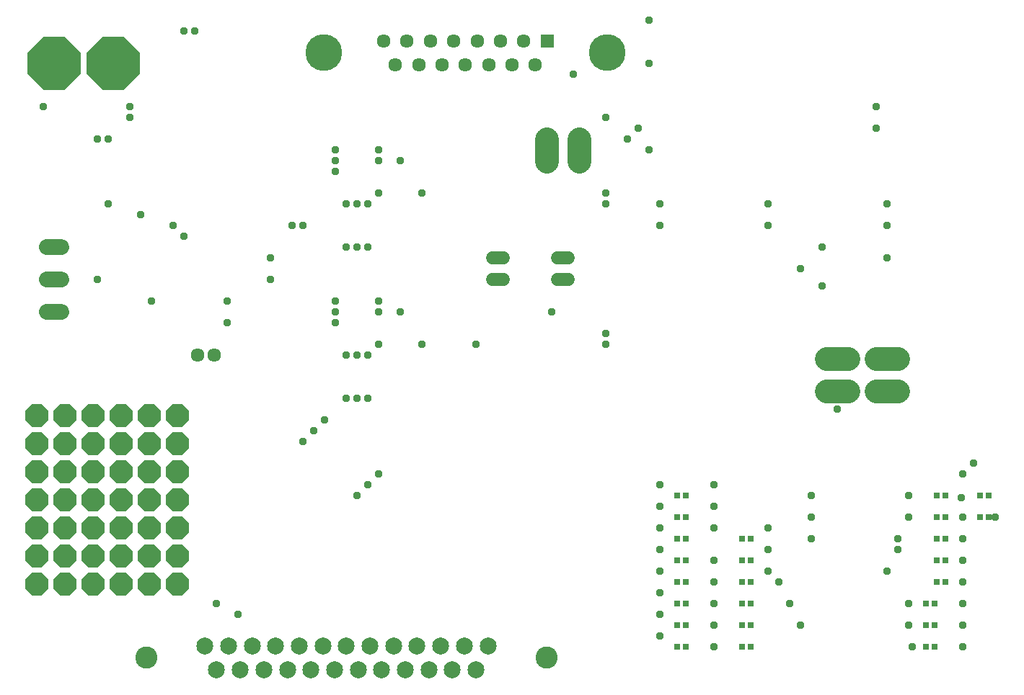
<source format=gbr>
G04 EAGLE Gerber RS-274X export*
G75*
%MOMM*%
%FSLAX34Y34*%
%LPD*%
%INSoldermask Bottom*%
%IPPOS*%
%AMOC8*
5,1,8,0,0,1.08239X$1,22.5*%
G01*
%ADD10C,1.879600*%
%ADD11P,6.731600X8X202.500000*%
%ADD12C,1.611200*%
%ADD13C,1.524000*%
%ADD14R,1.611200X1.611200*%
%ADD15C,4.319200*%
%ADD16C,1.993900*%
%ADD17C,2.603500*%
%ADD18C,2.755900*%
%ADD19R,0.803200X0.703200*%
%ADD20P,2.969212X8X22.500000*%
%ADD21C,0.959600*%


D10*
X71882Y533400D02*
X55118Y533400D01*
X55118Y571500D02*
X71882Y571500D01*
X71882Y609600D02*
X55118Y609600D01*
D11*
X132800Y825500D03*
X62800Y825500D03*
D12*
X251300Y482600D03*
X231300Y482600D03*
D13*
X577596Y596900D02*
X590804Y596900D01*
X590804Y571500D02*
X577596Y571500D01*
X653796Y571500D02*
X667004Y571500D01*
X667004Y596900D02*
X653796Y596900D01*
D12*
X450200Y852400D03*
X477600Y852400D03*
X505000Y852400D03*
X532400Y852400D03*
X559800Y852400D03*
X587200Y852400D03*
X614600Y852400D03*
D14*
X642000Y852400D03*
D12*
X463900Y824000D03*
X491300Y824000D03*
X518700Y824000D03*
X546100Y824000D03*
X573500Y824000D03*
X600900Y824000D03*
X628300Y824000D03*
D15*
X379500Y838200D03*
X712700Y838200D03*
D16*
X406400Y141224D03*
X434086Y141224D03*
X461772Y141224D03*
X489458Y141224D03*
X517144Y141224D03*
X544830Y141224D03*
X572516Y141224D03*
X378714Y141224D03*
X351028Y141224D03*
X323342Y141224D03*
X295656Y141224D03*
X267970Y141224D03*
X240284Y141224D03*
X558673Y112776D03*
X530987Y112776D03*
X503301Y112776D03*
X475615Y112776D03*
X447929Y112776D03*
X420243Y112776D03*
X392557Y112776D03*
X364871Y112776D03*
X337185Y112776D03*
X309499Y112776D03*
X281813Y112776D03*
X254127Y112776D03*
D17*
X171196Y127000D03*
X641604Y127000D03*
D18*
X641350Y711137D02*
X641350Y736664D01*
X679450Y736664D02*
X679450Y711137D01*
D19*
X1087200Y190500D03*
X1097200Y190500D03*
X1087200Y165100D03*
X1097200Y165100D03*
X1087200Y139700D03*
X1097200Y139700D03*
X1160700Y317500D03*
X1150700Y317500D03*
X1160700Y292100D03*
X1150700Y292100D03*
X1099900Y317500D03*
X1109900Y317500D03*
X1099900Y292100D03*
X1109900Y292100D03*
X1099900Y266700D03*
X1109900Y266700D03*
X1099900Y215900D03*
X1109900Y215900D03*
X1099900Y241300D03*
X1109900Y241300D03*
X795100Y317500D03*
X805100Y317500D03*
X795100Y292100D03*
X805100Y292100D03*
X795100Y266700D03*
X805100Y266700D03*
X795100Y241300D03*
X805100Y241300D03*
X795100Y215900D03*
X805100Y215900D03*
X795100Y190500D03*
X805100Y190500D03*
X795100Y165100D03*
X805100Y165100D03*
X795100Y139700D03*
X805100Y139700D03*
X881300Y266700D03*
X871300Y266700D03*
X881300Y241300D03*
X871300Y241300D03*
X881300Y215900D03*
X871300Y215900D03*
X881300Y190500D03*
X871300Y190500D03*
X881300Y165100D03*
X871300Y165100D03*
X881300Y139700D03*
X871300Y139700D03*
D20*
X43180Y411480D03*
X43180Y378460D03*
X43180Y345440D03*
X43180Y312420D03*
X43180Y279400D03*
X43180Y246380D03*
X76200Y411480D03*
X76200Y378460D03*
X76200Y345440D03*
X76200Y312420D03*
X109220Y312420D03*
X76200Y279400D03*
X109220Y411480D03*
X76200Y246380D03*
X109220Y378460D03*
X76200Y213360D03*
X109220Y345440D03*
X109220Y213360D03*
X109220Y279400D03*
X142240Y411480D03*
X109220Y246380D03*
X142240Y378460D03*
X43180Y213360D03*
X142240Y345440D03*
X142240Y312420D03*
X142240Y279400D03*
X142240Y246380D03*
X142240Y213360D03*
X175260Y246380D03*
X175260Y378460D03*
X175260Y213360D03*
X175260Y345440D03*
X208280Y411480D03*
X175260Y312420D03*
X175260Y411480D03*
X175260Y279400D03*
X208280Y378460D03*
X208280Y213360D03*
X208280Y345440D03*
X208280Y312420D03*
X208280Y279400D03*
X208280Y246380D03*
D18*
X1028637Y440690D02*
X1054164Y440690D01*
X1054164Y478790D02*
X1028637Y478790D01*
X995744Y478790D02*
X970217Y478790D01*
X970217Y440690D02*
X995744Y440690D01*
D21*
X444500Y546100D03*
X444500Y533400D03*
X431800Y482600D03*
X419100Y482600D03*
X406400Y482600D03*
X406400Y660400D03*
X419100Y660400D03*
X431800Y660400D03*
X444500Y723900D03*
X444500Y711200D03*
X647700Y533400D03*
X114300Y571500D03*
X177800Y546100D03*
X215900Y863600D03*
X228600Y863600D03*
X50800Y774700D03*
X317500Y596900D03*
X317500Y571500D03*
X901700Y635000D03*
X901700Y660400D03*
X774700Y635000D03*
X774700Y660400D03*
X1041400Y635000D03*
X1041400Y660400D03*
X673100Y812800D03*
X762000Y723900D03*
X749300Y749300D03*
X762000Y825500D03*
X1028700Y774700D03*
X1028700Y749300D03*
X1041400Y596900D03*
X1130300Y139700D03*
X1130300Y165100D03*
X1130300Y190500D03*
X1128315Y315515D03*
X1130300Y292100D03*
X1130300Y266700D03*
X1130300Y241300D03*
X1130300Y215900D03*
X838200Y330200D03*
X838200Y304800D03*
X838200Y279400D03*
X838200Y139700D03*
X838200Y165100D03*
X838200Y190500D03*
X838200Y215900D03*
X838200Y241300D03*
X982980Y419100D03*
X406400Y431800D03*
X431800Y431800D03*
X406400Y609600D03*
X431800Y609600D03*
X419100Y609600D03*
X355600Y635000D03*
X342900Y635000D03*
X393700Y546100D03*
X393700Y533400D03*
X393700Y520700D03*
X711200Y495300D03*
X711200Y508000D03*
X939800Y584200D03*
X762000Y876300D03*
X444500Y673100D03*
X469900Y711200D03*
X444500Y495300D03*
X469900Y533400D03*
X393700Y723900D03*
X393700Y711200D03*
X393700Y698500D03*
X711200Y673100D03*
X711200Y660400D03*
X965200Y609600D03*
X965200Y563880D03*
X495300Y673100D03*
X495300Y495300D03*
X558800Y495300D03*
X266700Y546100D03*
X368300Y393700D03*
X431800Y330200D03*
X952500Y292100D03*
X1130300Y342900D03*
X1168400Y292100D03*
X381000Y406400D03*
X444500Y342900D03*
X952500Y317500D03*
X1143000Y355600D03*
X266700Y520700D03*
X152400Y762000D03*
X152400Y774700D03*
X203200Y635000D03*
X215900Y622300D03*
X127000Y736600D03*
X114300Y736600D03*
X127000Y660400D03*
X165100Y647700D03*
X419100Y431800D03*
X355600Y381000D03*
X419100Y317500D03*
X952500Y266700D03*
X1066800Y317500D03*
X711200Y762000D03*
X736600Y736600D03*
X774700Y330200D03*
X774700Y304800D03*
X774700Y279400D03*
X774700Y177800D03*
X901700Y279400D03*
X901700Y254000D03*
X901700Y228600D03*
X774700Y254000D03*
X774700Y228600D03*
X774700Y203200D03*
X774700Y152400D03*
X914400Y215900D03*
X927100Y190500D03*
X279400Y177800D03*
X939800Y165100D03*
X254000Y190500D03*
X1041400Y228600D03*
X1054100Y254000D03*
X1054100Y266700D03*
X1066800Y292100D03*
X1066800Y190500D03*
X1066800Y165100D03*
X1071150Y139700D03*
M02*

</source>
